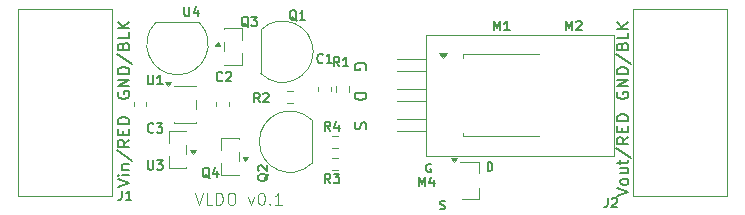
<source format=gbr>
%TF.GenerationSoftware,KiCad,Pcbnew,9.0.6*%
%TF.CreationDate,2025-11-17T11:05:33-05:00*%
%TF.ProjectId,vldo,766c646f-2e6b-4696-9361-645f70636258,0.1*%
%TF.SameCoordinates,Original*%
%TF.FileFunction,Legend,Top*%
%TF.FilePolarity,Positive*%
%FSLAX46Y46*%
G04 Gerber Fmt 4.6, Leading zero omitted, Abs format (unit mm)*
G04 Created by KiCad (PCBNEW 9.0.6) date 2025-11-17 11:05:33*
%MOMM*%
%LPD*%
G01*
G04 APERTURE LIST*
%ADD10C,0.200000*%
%ADD11C,0.125000*%
%ADD12C,0.150000*%
%ADD13C,0.130000*%
%ADD14C,0.100000*%
%ADD15C,0.120000*%
G04 APERTURE END LIST*
D10*
X158455419Y-85244183D02*
X159455419Y-84910850D01*
X159455419Y-84910850D02*
X158455419Y-84577517D01*
X159455419Y-84101326D02*
X159407800Y-84196564D01*
X159407800Y-84196564D02*
X159360180Y-84244183D01*
X159360180Y-84244183D02*
X159264942Y-84291802D01*
X159264942Y-84291802D02*
X158979228Y-84291802D01*
X158979228Y-84291802D02*
X158883990Y-84244183D01*
X158883990Y-84244183D02*
X158836371Y-84196564D01*
X158836371Y-84196564D02*
X158788752Y-84101326D01*
X158788752Y-84101326D02*
X158788752Y-83958469D01*
X158788752Y-83958469D02*
X158836371Y-83863231D01*
X158836371Y-83863231D02*
X158883990Y-83815612D01*
X158883990Y-83815612D02*
X158979228Y-83767993D01*
X158979228Y-83767993D02*
X159264942Y-83767993D01*
X159264942Y-83767993D02*
X159360180Y-83815612D01*
X159360180Y-83815612D02*
X159407800Y-83863231D01*
X159407800Y-83863231D02*
X159455419Y-83958469D01*
X159455419Y-83958469D02*
X159455419Y-84101326D01*
X158788752Y-82910850D02*
X159455419Y-82910850D01*
X158788752Y-83339421D02*
X159312561Y-83339421D01*
X159312561Y-83339421D02*
X159407800Y-83291802D01*
X159407800Y-83291802D02*
X159455419Y-83196564D01*
X159455419Y-83196564D02*
X159455419Y-83053707D01*
X159455419Y-83053707D02*
X159407800Y-82958469D01*
X159407800Y-82958469D02*
X159360180Y-82910850D01*
X158788752Y-82577516D02*
X158788752Y-82196564D01*
X158455419Y-82434659D02*
X159312561Y-82434659D01*
X159312561Y-82434659D02*
X159407800Y-82387040D01*
X159407800Y-82387040D02*
X159455419Y-82291802D01*
X159455419Y-82291802D02*
X159455419Y-82196564D01*
X158407800Y-81148945D02*
X159693514Y-82006087D01*
X159455419Y-80244183D02*
X158979228Y-80577516D01*
X159455419Y-80815611D02*
X158455419Y-80815611D01*
X158455419Y-80815611D02*
X158455419Y-80434659D01*
X158455419Y-80434659D02*
X158503038Y-80339421D01*
X158503038Y-80339421D02*
X158550657Y-80291802D01*
X158550657Y-80291802D02*
X158645895Y-80244183D01*
X158645895Y-80244183D02*
X158788752Y-80244183D01*
X158788752Y-80244183D02*
X158883990Y-80291802D01*
X158883990Y-80291802D02*
X158931609Y-80339421D01*
X158931609Y-80339421D02*
X158979228Y-80434659D01*
X158979228Y-80434659D02*
X158979228Y-80815611D01*
X158931609Y-79815611D02*
X158931609Y-79482278D01*
X159455419Y-79339421D02*
X159455419Y-79815611D01*
X159455419Y-79815611D02*
X158455419Y-79815611D01*
X158455419Y-79815611D02*
X158455419Y-79339421D01*
X159455419Y-78910849D02*
X158455419Y-78910849D01*
X158455419Y-78910849D02*
X158455419Y-78672754D01*
X158455419Y-78672754D02*
X158503038Y-78529897D01*
X158503038Y-78529897D02*
X158598276Y-78434659D01*
X158598276Y-78434659D02*
X158693514Y-78387040D01*
X158693514Y-78387040D02*
X158883990Y-78339421D01*
X158883990Y-78339421D02*
X159026847Y-78339421D01*
X159026847Y-78339421D02*
X159217323Y-78387040D01*
X159217323Y-78387040D02*
X159312561Y-78434659D01*
X159312561Y-78434659D02*
X159407800Y-78529897D01*
X159407800Y-78529897D02*
X159455419Y-78672754D01*
X159455419Y-78672754D02*
X159455419Y-78910849D01*
X158503038Y-76449517D02*
X158455419Y-76544755D01*
X158455419Y-76544755D02*
X158455419Y-76687612D01*
X158455419Y-76687612D02*
X158503038Y-76830469D01*
X158503038Y-76830469D02*
X158598276Y-76925707D01*
X158598276Y-76925707D02*
X158693514Y-76973326D01*
X158693514Y-76973326D02*
X158883990Y-77020945D01*
X158883990Y-77020945D02*
X159026847Y-77020945D01*
X159026847Y-77020945D02*
X159217323Y-76973326D01*
X159217323Y-76973326D02*
X159312561Y-76925707D01*
X159312561Y-76925707D02*
X159407800Y-76830469D01*
X159407800Y-76830469D02*
X159455419Y-76687612D01*
X159455419Y-76687612D02*
X159455419Y-76592374D01*
X159455419Y-76592374D02*
X159407800Y-76449517D01*
X159407800Y-76449517D02*
X159360180Y-76401898D01*
X159360180Y-76401898D02*
X159026847Y-76401898D01*
X159026847Y-76401898D02*
X159026847Y-76592374D01*
X159455419Y-75973326D02*
X158455419Y-75973326D01*
X158455419Y-75973326D02*
X159455419Y-75401898D01*
X159455419Y-75401898D02*
X158455419Y-75401898D01*
X159455419Y-74925707D02*
X158455419Y-74925707D01*
X158455419Y-74925707D02*
X158455419Y-74687612D01*
X158455419Y-74687612D02*
X158503038Y-74544755D01*
X158503038Y-74544755D02*
X158598276Y-74449517D01*
X158598276Y-74449517D02*
X158693514Y-74401898D01*
X158693514Y-74401898D02*
X158883990Y-74354279D01*
X158883990Y-74354279D02*
X159026847Y-74354279D01*
X159026847Y-74354279D02*
X159217323Y-74401898D01*
X159217323Y-74401898D02*
X159312561Y-74449517D01*
X159312561Y-74449517D02*
X159407800Y-74544755D01*
X159407800Y-74544755D02*
X159455419Y-74687612D01*
X159455419Y-74687612D02*
X159455419Y-74925707D01*
X158407800Y-73211422D02*
X159693514Y-74068564D01*
X158931609Y-72544755D02*
X158979228Y-72401898D01*
X158979228Y-72401898D02*
X159026847Y-72354279D01*
X159026847Y-72354279D02*
X159122085Y-72306660D01*
X159122085Y-72306660D02*
X159264942Y-72306660D01*
X159264942Y-72306660D02*
X159360180Y-72354279D01*
X159360180Y-72354279D02*
X159407800Y-72401898D01*
X159407800Y-72401898D02*
X159455419Y-72497136D01*
X159455419Y-72497136D02*
X159455419Y-72878088D01*
X159455419Y-72878088D02*
X158455419Y-72878088D01*
X158455419Y-72878088D02*
X158455419Y-72544755D01*
X158455419Y-72544755D02*
X158503038Y-72449517D01*
X158503038Y-72449517D02*
X158550657Y-72401898D01*
X158550657Y-72401898D02*
X158645895Y-72354279D01*
X158645895Y-72354279D02*
X158741133Y-72354279D01*
X158741133Y-72354279D02*
X158836371Y-72401898D01*
X158836371Y-72401898D02*
X158883990Y-72449517D01*
X158883990Y-72449517D02*
X158931609Y-72544755D01*
X158931609Y-72544755D02*
X158931609Y-72878088D01*
X159455419Y-71401898D02*
X159455419Y-71878088D01*
X159455419Y-71878088D02*
X158455419Y-71878088D01*
X159455419Y-71068564D02*
X158455419Y-71068564D01*
X159455419Y-70497136D02*
X158883990Y-70925707D01*
X158455419Y-70497136D02*
X159026847Y-71068564D01*
D11*
X122762474Y-84977119D02*
X123095807Y-85977119D01*
X123095807Y-85977119D02*
X123429140Y-84977119D01*
X124238664Y-85977119D02*
X123762474Y-85977119D01*
X123762474Y-85977119D02*
X123762474Y-84977119D01*
X124571998Y-85977119D02*
X124571998Y-84977119D01*
X124571998Y-84977119D02*
X124810093Y-84977119D01*
X124810093Y-84977119D02*
X124952950Y-85024738D01*
X124952950Y-85024738D02*
X125048188Y-85119976D01*
X125048188Y-85119976D02*
X125095807Y-85215214D01*
X125095807Y-85215214D02*
X125143426Y-85405690D01*
X125143426Y-85405690D02*
X125143426Y-85548547D01*
X125143426Y-85548547D02*
X125095807Y-85739023D01*
X125095807Y-85739023D02*
X125048188Y-85834261D01*
X125048188Y-85834261D02*
X124952950Y-85929500D01*
X124952950Y-85929500D02*
X124810093Y-85977119D01*
X124810093Y-85977119D02*
X124571998Y-85977119D01*
X125762474Y-84977119D02*
X125952950Y-84977119D01*
X125952950Y-84977119D02*
X126048188Y-85024738D01*
X126048188Y-85024738D02*
X126143426Y-85119976D01*
X126143426Y-85119976D02*
X126191045Y-85310452D01*
X126191045Y-85310452D02*
X126191045Y-85643785D01*
X126191045Y-85643785D02*
X126143426Y-85834261D01*
X126143426Y-85834261D02*
X126048188Y-85929500D01*
X126048188Y-85929500D02*
X125952950Y-85977119D01*
X125952950Y-85977119D02*
X125762474Y-85977119D01*
X125762474Y-85977119D02*
X125667236Y-85929500D01*
X125667236Y-85929500D02*
X125571998Y-85834261D01*
X125571998Y-85834261D02*
X125524379Y-85643785D01*
X125524379Y-85643785D02*
X125524379Y-85310452D01*
X125524379Y-85310452D02*
X125571998Y-85119976D01*
X125571998Y-85119976D02*
X125667236Y-85024738D01*
X125667236Y-85024738D02*
X125762474Y-84977119D01*
X127286284Y-85310452D02*
X127524379Y-85977119D01*
X127524379Y-85977119D02*
X127762474Y-85310452D01*
X128333903Y-84977119D02*
X128429141Y-84977119D01*
X128429141Y-84977119D02*
X128524379Y-85024738D01*
X128524379Y-85024738D02*
X128571998Y-85072357D01*
X128571998Y-85072357D02*
X128619617Y-85167595D01*
X128619617Y-85167595D02*
X128667236Y-85358071D01*
X128667236Y-85358071D02*
X128667236Y-85596166D01*
X128667236Y-85596166D02*
X128619617Y-85786642D01*
X128619617Y-85786642D02*
X128571998Y-85881880D01*
X128571998Y-85881880D02*
X128524379Y-85929500D01*
X128524379Y-85929500D02*
X128429141Y-85977119D01*
X128429141Y-85977119D02*
X128333903Y-85977119D01*
X128333903Y-85977119D02*
X128238665Y-85929500D01*
X128238665Y-85929500D02*
X128191046Y-85881880D01*
X128191046Y-85881880D02*
X128143427Y-85786642D01*
X128143427Y-85786642D02*
X128095808Y-85596166D01*
X128095808Y-85596166D02*
X128095808Y-85358071D01*
X128095808Y-85358071D02*
X128143427Y-85167595D01*
X128143427Y-85167595D02*
X128191046Y-85072357D01*
X128191046Y-85072357D02*
X128238665Y-85024738D01*
X128238665Y-85024738D02*
X128333903Y-84977119D01*
X129095808Y-85881880D02*
X129143427Y-85929500D01*
X129143427Y-85929500D02*
X129095808Y-85977119D01*
X129095808Y-85977119D02*
X129048189Y-85929500D01*
X129048189Y-85929500D02*
X129095808Y-85881880D01*
X129095808Y-85881880D02*
X129095808Y-85977119D01*
X130095807Y-85977119D02*
X129524379Y-85977119D01*
X129810093Y-85977119D02*
X129810093Y-84977119D01*
X129810093Y-84977119D02*
X129714855Y-85119976D01*
X129714855Y-85119976D02*
X129619617Y-85215214D01*
X129619617Y-85215214D02*
X129524379Y-85262833D01*
D12*
X137226561Y-74543588D02*
X137274180Y-74448350D01*
X137274180Y-74448350D02*
X137274180Y-74305493D01*
X137274180Y-74305493D02*
X137226561Y-74162636D01*
X137226561Y-74162636D02*
X137131323Y-74067398D01*
X137131323Y-74067398D02*
X137036085Y-74019779D01*
X137036085Y-74019779D02*
X136845609Y-73972160D01*
X136845609Y-73972160D02*
X136702752Y-73972160D01*
X136702752Y-73972160D02*
X136512276Y-74019779D01*
X136512276Y-74019779D02*
X136417038Y-74067398D01*
X136417038Y-74067398D02*
X136321800Y-74162636D01*
X136321800Y-74162636D02*
X136274180Y-74305493D01*
X136274180Y-74305493D02*
X136274180Y-74400731D01*
X136274180Y-74400731D02*
X136321800Y-74543588D01*
X136321800Y-74543588D02*
X136369419Y-74591207D01*
X136369419Y-74591207D02*
X136702752Y-74591207D01*
X136702752Y-74591207D02*
X136702752Y-74400731D01*
X136274180Y-76543589D02*
X137274180Y-76543589D01*
X137274180Y-76543589D02*
X137274180Y-76781684D01*
X137274180Y-76781684D02*
X137226561Y-76924541D01*
X137226561Y-76924541D02*
X137131323Y-77019779D01*
X137131323Y-77019779D02*
X137036085Y-77067398D01*
X137036085Y-77067398D02*
X136845609Y-77115017D01*
X136845609Y-77115017D02*
X136702752Y-77115017D01*
X136702752Y-77115017D02*
X136512276Y-77067398D01*
X136512276Y-77067398D02*
X136417038Y-77019779D01*
X136417038Y-77019779D02*
X136321800Y-76924541D01*
X136321800Y-76924541D02*
X136274180Y-76781684D01*
X136274180Y-76781684D02*
X136274180Y-76543589D01*
X136321800Y-79019780D02*
X136274180Y-79162637D01*
X136274180Y-79162637D02*
X136274180Y-79400732D01*
X136274180Y-79400732D02*
X136321800Y-79495970D01*
X136321800Y-79495970D02*
X136369419Y-79543589D01*
X136369419Y-79543589D02*
X136464657Y-79591208D01*
X136464657Y-79591208D02*
X136559895Y-79591208D01*
X136559895Y-79591208D02*
X136655133Y-79543589D01*
X136655133Y-79543589D02*
X136702752Y-79495970D01*
X136702752Y-79495970D02*
X136750371Y-79400732D01*
X136750371Y-79400732D02*
X136797990Y-79210256D01*
X136797990Y-79210256D02*
X136845609Y-79115018D01*
X136845609Y-79115018D02*
X136893228Y-79067399D01*
X136893228Y-79067399D02*
X136988466Y-79019780D01*
X136988466Y-79019780D02*
X137083704Y-79019780D01*
X137083704Y-79019780D02*
X137178942Y-79067399D01*
X137178942Y-79067399D02*
X137226561Y-79115018D01*
X137226561Y-79115018D02*
X137274180Y-79210256D01*
X137274180Y-79210256D02*
X137274180Y-79448351D01*
X137274180Y-79448351D02*
X137226561Y-79591208D01*
D10*
X116262838Y-76430250D02*
X116215219Y-76525488D01*
X116215219Y-76525488D02*
X116215219Y-76668345D01*
X116215219Y-76668345D02*
X116262838Y-76811202D01*
X116262838Y-76811202D02*
X116358076Y-76906440D01*
X116358076Y-76906440D02*
X116453314Y-76954059D01*
X116453314Y-76954059D02*
X116643790Y-77001678D01*
X116643790Y-77001678D02*
X116786647Y-77001678D01*
X116786647Y-77001678D02*
X116977123Y-76954059D01*
X116977123Y-76954059D02*
X117072361Y-76906440D01*
X117072361Y-76906440D02*
X117167600Y-76811202D01*
X117167600Y-76811202D02*
X117215219Y-76668345D01*
X117215219Y-76668345D02*
X117215219Y-76573107D01*
X117215219Y-76573107D02*
X117167600Y-76430250D01*
X117167600Y-76430250D02*
X117119980Y-76382631D01*
X117119980Y-76382631D02*
X116786647Y-76382631D01*
X116786647Y-76382631D02*
X116786647Y-76573107D01*
X117215219Y-75954059D02*
X116215219Y-75954059D01*
X116215219Y-75954059D02*
X117215219Y-75382631D01*
X117215219Y-75382631D02*
X116215219Y-75382631D01*
X117215219Y-74906440D02*
X116215219Y-74906440D01*
X116215219Y-74906440D02*
X116215219Y-74668345D01*
X116215219Y-74668345D02*
X116262838Y-74525488D01*
X116262838Y-74525488D02*
X116358076Y-74430250D01*
X116358076Y-74430250D02*
X116453314Y-74382631D01*
X116453314Y-74382631D02*
X116643790Y-74335012D01*
X116643790Y-74335012D02*
X116786647Y-74335012D01*
X116786647Y-74335012D02*
X116977123Y-74382631D01*
X116977123Y-74382631D02*
X117072361Y-74430250D01*
X117072361Y-74430250D02*
X117167600Y-74525488D01*
X117167600Y-74525488D02*
X117215219Y-74668345D01*
X117215219Y-74668345D02*
X117215219Y-74906440D01*
X116167600Y-73192155D02*
X117453314Y-74049297D01*
X116691409Y-72525488D02*
X116739028Y-72382631D01*
X116739028Y-72382631D02*
X116786647Y-72335012D01*
X116786647Y-72335012D02*
X116881885Y-72287393D01*
X116881885Y-72287393D02*
X117024742Y-72287393D01*
X117024742Y-72287393D02*
X117119980Y-72335012D01*
X117119980Y-72335012D02*
X117167600Y-72382631D01*
X117167600Y-72382631D02*
X117215219Y-72477869D01*
X117215219Y-72477869D02*
X117215219Y-72858821D01*
X117215219Y-72858821D02*
X116215219Y-72858821D01*
X116215219Y-72858821D02*
X116215219Y-72525488D01*
X116215219Y-72525488D02*
X116262838Y-72430250D01*
X116262838Y-72430250D02*
X116310457Y-72382631D01*
X116310457Y-72382631D02*
X116405695Y-72335012D01*
X116405695Y-72335012D02*
X116500933Y-72335012D01*
X116500933Y-72335012D02*
X116596171Y-72382631D01*
X116596171Y-72382631D02*
X116643790Y-72430250D01*
X116643790Y-72430250D02*
X116691409Y-72525488D01*
X116691409Y-72525488D02*
X116691409Y-72858821D01*
X117215219Y-71382631D02*
X117215219Y-71858821D01*
X117215219Y-71858821D02*
X116215219Y-71858821D01*
X117215219Y-71049297D02*
X116215219Y-71049297D01*
X117215219Y-70477869D02*
X116643790Y-70906440D01*
X116215219Y-70477869D02*
X116786647Y-71049297D01*
X116215219Y-84482183D02*
X117215219Y-84148850D01*
X117215219Y-84148850D02*
X116215219Y-83815517D01*
X117215219Y-83482183D02*
X116548552Y-83482183D01*
X116215219Y-83482183D02*
X116262838Y-83529802D01*
X116262838Y-83529802D02*
X116310457Y-83482183D01*
X116310457Y-83482183D02*
X116262838Y-83434564D01*
X116262838Y-83434564D02*
X116215219Y-83482183D01*
X116215219Y-83482183D02*
X116310457Y-83482183D01*
X116548552Y-83005993D02*
X117215219Y-83005993D01*
X116643790Y-83005993D02*
X116596171Y-82958374D01*
X116596171Y-82958374D02*
X116548552Y-82863136D01*
X116548552Y-82863136D02*
X116548552Y-82720279D01*
X116548552Y-82720279D02*
X116596171Y-82625041D01*
X116596171Y-82625041D02*
X116691409Y-82577422D01*
X116691409Y-82577422D02*
X117215219Y-82577422D01*
X116167600Y-81386946D02*
X117453314Y-82244088D01*
X117215219Y-80482184D02*
X116739028Y-80815517D01*
X117215219Y-81053612D02*
X116215219Y-81053612D01*
X116215219Y-81053612D02*
X116215219Y-80672660D01*
X116215219Y-80672660D02*
X116262838Y-80577422D01*
X116262838Y-80577422D02*
X116310457Y-80529803D01*
X116310457Y-80529803D02*
X116405695Y-80482184D01*
X116405695Y-80482184D02*
X116548552Y-80482184D01*
X116548552Y-80482184D02*
X116643790Y-80529803D01*
X116643790Y-80529803D02*
X116691409Y-80577422D01*
X116691409Y-80577422D02*
X116739028Y-80672660D01*
X116739028Y-80672660D02*
X116739028Y-81053612D01*
X116691409Y-80053612D02*
X116691409Y-79720279D01*
X117215219Y-79577422D02*
X117215219Y-80053612D01*
X117215219Y-80053612D02*
X116215219Y-80053612D01*
X116215219Y-80053612D02*
X116215219Y-79577422D01*
X117215219Y-79148850D02*
X116215219Y-79148850D01*
X116215219Y-79148850D02*
X116215219Y-78910755D01*
X116215219Y-78910755D02*
X116262838Y-78767898D01*
X116262838Y-78767898D02*
X116358076Y-78672660D01*
X116358076Y-78672660D02*
X116453314Y-78625041D01*
X116453314Y-78625041D02*
X116643790Y-78577422D01*
X116643790Y-78577422D02*
X116786647Y-78577422D01*
X116786647Y-78577422D02*
X116977123Y-78625041D01*
X116977123Y-78625041D02*
X117072361Y-78672660D01*
X117072361Y-78672660D02*
X117167600Y-78767898D01*
X117167600Y-78767898D02*
X117215219Y-78910755D01*
X117215219Y-78910755D02*
X117215219Y-79148850D01*
D13*
X157721333Y-85389335D02*
X157721333Y-85960763D01*
X157721333Y-85960763D02*
X157683238Y-86075049D01*
X157683238Y-86075049D02*
X157607047Y-86151240D01*
X157607047Y-86151240D02*
X157492762Y-86189335D01*
X157492762Y-86189335D02*
X157416571Y-86189335D01*
X158064190Y-85465525D02*
X158102286Y-85427430D01*
X158102286Y-85427430D02*
X158178476Y-85389335D01*
X158178476Y-85389335D02*
X158368952Y-85389335D01*
X158368952Y-85389335D02*
X158445143Y-85427430D01*
X158445143Y-85427430D02*
X158483238Y-85465525D01*
X158483238Y-85465525D02*
X158521333Y-85541716D01*
X158521333Y-85541716D02*
X158521333Y-85617906D01*
X158521333Y-85617906D02*
X158483238Y-85732192D01*
X158483238Y-85732192D02*
X158026095Y-86189335D01*
X158026095Y-86189335D02*
X158521333Y-86189335D01*
X141719381Y-84437335D02*
X141719381Y-83637335D01*
X141719381Y-83637335D02*
X141986047Y-84208763D01*
X141986047Y-84208763D02*
X142252714Y-83637335D01*
X142252714Y-83637335D02*
X142252714Y-84437335D01*
X142976524Y-83904001D02*
X142976524Y-84437335D01*
X142786048Y-83599240D02*
X142595571Y-84170668D01*
X142595571Y-84170668D02*
X143090810Y-84170668D01*
X142731859Y-82552906D02*
X142665192Y-82519573D01*
X142665192Y-82519573D02*
X142565192Y-82519573D01*
X142565192Y-82519573D02*
X142465192Y-82552906D01*
X142465192Y-82552906D02*
X142398526Y-82619573D01*
X142398526Y-82619573D02*
X142365192Y-82686240D01*
X142365192Y-82686240D02*
X142331859Y-82819573D01*
X142331859Y-82819573D02*
X142331859Y-82919573D01*
X142331859Y-82919573D02*
X142365192Y-83052906D01*
X142365192Y-83052906D02*
X142398526Y-83119573D01*
X142398526Y-83119573D02*
X142465192Y-83186240D01*
X142465192Y-83186240D02*
X142565192Y-83219573D01*
X142565192Y-83219573D02*
X142631859Y-83219573D01*
X142631859Y-83219573D02*
X142731859Y-83186240D01*
X142731859Y-83186240D02*
X142765192Y-83152906D01*
X142765192Y-83152906D02*
X142765192Y-82919573D01*
X142765192Y-82919573D02*
X142631859Y-82919573D01*
X147552192Y-83104573D02*
X147552192Y-82404573D01*
X147552192Y-82404573D02*
X147718859Y-82404573D01*
X147718859Y-82404573D02*
X147818859Y-82437906D01*
X147818859Y-82437906D02*
X147885526Y-82504573D01*
X147885526Y-82504573D02*
X147918859Y-82571240D01*
X147918859Y-82571240D02*
X147952192Y-82704573D01*
X147952192Y-82704573D02*
X147952192Y-82804573D01*
X147952192Y-82804573D02*
X147918859Y-82937906D01*
X147918859Y-82937906D02*
X147885526Y-83004573D01*
X147885526Y-83004573D02*
X147818859Y-83071240D01*
X147818859Y-83071240D02*
X147718859Y-83104573D01*
X147718859Y-83104573D02*
X147552192Y-83104573D01*
X143518859Y-86321240D02*
X143618859Y-86354573D01*
X143618859Y-86354573D02*
X143785526Y-86354573D01*
X143785526Y-86354573D02*
X143852192Y-86321240D01*
X143852192Y-86321240D02*
X143885526Y-86287906D01*
X143885526Y-86287906D02*
X143918859Y-86221240D01*
X143918859Y-86221240D02*
X143918859Y-86154573D01*
X143918859Y-86154573D02*
X143885526Y-86087906D01*
X143885526Y-86087906D02*
X143852192Y-86054573D01*
X143852192Y-86054573D02*
X143785526Y-86021240D01*
X143785526Y-86021240D02*
X143652192Y-85987906D01*
X143652192Y-85987906D02*
X143585526Y-85954573D01*
X143585526Y-85954573D02*
X143552192Y-85921240D01*
X143552192Y-85921240D02*
X143518859Y-85854573D01*
X143518859Y-85854573D02*
X143518859Y-85787906D01*
X143518859Y-85787906D02*
X143552192Y-85721240D01*
X143552192Y-85721240D02*
X143585526Y-85687906D01*
X143585526Y-85687906D02*
X143652192Y-85654573D01*
X143652192Y-85654573D02*
X143818859Y-85654573D01*
X143818859Y-85654573D02*
X143918859Y-85687906D01*
X128245812Y-77325335D02*
X127979145Y-76944382D01*
X127788669Y-77325335D02*
X127788669Y-76525335D01*
X127788669Y-76525335D02*
X128093431Y-76525335D01*
X128093431Y-76525335D02*
X128169621Y-76563430D01*
X128169621Y-76563430D02*
X128207716Y-76601525D01*
X128207716Y-76601525D02*
X128245812Y-76677716D01*
X128245812Y-76677716D02*
X128245812Y-76792001D01*
X128245812Y-76792001D02*
X128207716Y-76868192D01*
X128207716Y-76868192D02*
X128169621Y-76906287D01*
X128169621Y-76906287D02*
X128093431Y-76944382D01*
X128093431Y-76944382D02*
X127788669Y-76944382D01*
X128550573Y-76601525D02*
X128588669Y-76563430D01*
X128588669Y-76563430D02*
X128664859Y-76525335D01*
X128664859Y-76525335D02*
X128855335Y-76525335D01*
X128855335Y-76525335D02*
X128931526Y-76563430D01*
X128931526Y-76563430D02*
X128969621Y-76601525D01*
X128969621Y-76601525D02*
X129007716Y-76677716D01*
X129007716Y-76677716D02*
X129007716Y-76753906D01*
X129007716Y-76753906D02*
X128969621Y-76868192D01*
X128969621Y-76868192D02*
X128512478Y-77325335D01*
X128512478Y-77325335D02*
X129007716Y-77325335D01*
X116573333Y-84780335D02*
X116573333Y-85351763D01*
X116573333Y-85351763D02*
X116535238Y-85466049D01*
X116535238Y-85466049D02*
X116459047Y-85542240D01*
X116459047Y-85542240D02*
X116344762Y-85580335D01*
X116344762Y-85580335D02*
X116268571Y-85580335D01*
X117373333Y-85580335D02*
X116916190Y-85580335D01*
X117144762Y-85580335D02*
X117144762Y-84780335D01*
X117144762Y-84780335D02*
X117068571Y-84894620D01*
X117068571Y-84894620D02*
X116992381Y-84970811D01*
X116992381Y-84970811D02*
X116916190Y-85008906D01*
X154165381Y-71229335D02*
X154165381Y-70429335D01*
X154165381Y-70429335D02*
X154432047Y-71000763D01*
X154432047Y-71000763D02*
X154698714Y-70429335D01*
X154698714Y-70429335D02*
X154698714Y-71229335D01*
X155041571Y-70505525D02*
X155079667Y-70467430D01*
X155079667Y-70467430D02*
X155155857Y-70429335D01*
X155155857Y-70429335D02*
X155346333Y-70429335D01*
X155346333Y-70429335D02*
X155422524Y-70467430D01*
X155422524Y-70467430D02*
X155460619Y-70505525D01*
X155460619Y-70505525D02*
X155498714Y-70581716D01*
X155498714Y-70581716D02*
X155498714Y-70657906D01*
X155498714Y-70657906D02*
X155460619Y-70772192D01*
X155460619Y-70772192D02*
X155003476Y-71229335D01*
X155003476Y-71229335D02*
X155498714Y-71229335D01*
X134994667Y-74277335D02*
X134728000Y-73896382D01*
X134537524Y-74277335D02*
X134537524Y-73477335D01*
X134537524Y-73477335D02*
X134842286Y-73477335D01*
X134842286Y-73477335D02*
X134918476Y-73515430D01*
X134918476Y-73515430D02*
X134956571Y-73553525D01*
X134956571Y-73553525D02*
X134994667Y-73629716D01*
X134994667Y-73629716D02*
X134994667Y-73744001D01*
X134994667Y-73744001D02*
X134956571Y-73820192D01*
X134956571Y-73820192D02*
X134918476Y-73858287D01*
X134918476Y-73858287D02*
X134842286Y-73896382D01*
X134842286Y-73896382D02*
X134537524Y-73896382D01*
X135756571Y-74277335D02*
X135299428Y-74277335D01*
X135528000Y-74277335D02*
X135528000Y-73477335D01*
X135528000Y-73477335D02*
X135451809Y-73591620D01*
X135451809Y-73591620D02*
X135375619Y-73667811D01*
X135375619Y-73667811D02*
X135299428Y-73705906D01*
X134232667Y-79738330D02*
X133966000Y-79357377D01*
X133775524Y-79738330D02*
X133775524Y-78938330D01*
X133775524Y-78938330D02*
X134080286Y-78938330D01*
X134080286Y-78938330D02*
X134156476Y-78976425D01*
X134156476Y-78976425D02*
X134194571Y-79014520D01*
X134194571Y-79014520D02*
X134232667Y-79090711D01*
X134232667Y-79090711D02*
X134232667Y-79204996D01*
X134232667Y-79204996D02*
X134194571Y-79281187D01*
X134194571Y-79281187D02*
X134156476Y-79319282D01*
X134156476Y-79319282D02*
X134080286Y-79357377D01*
X134080286Y-79357377D02*
X133775524Y-79357377D01*
X134918381Y-79204996D02*
X134918381Y-79738330D01*
X134727905Y-78900235D02*
X134537428Y-79471663D01*
X134537428Y-79471663D02*
X135032667Y-79471663D01*
X148069381Y-71229335D02*
X148069381Y-70429335D01*
X148069381Y-70429335D02*
X148336047Y-71000763D01*
X148336047Y-71000763D02*
X148602714Y-70429335D01*
X148602714Y-70429335D02*
X148602714Y-71229335D01*
X149402714Y-71229335D02*
X148945571Y-71229335D01*
X149174143Y-71229335D02*
X149174143Y-70429335D01*
X149174143Y-70429335D02*
X149097952Y-70543620D01*
X149097952Y-70543620D02*
X149021762Y-70619811D01*
X149021762Y-70619811D02*
X148945571Y-70657906D01*
X118770476Y-75001335D02*
X118770476Y-75648954D01*
X118770476Y-75648954D02*
X118808571Y-75725144D01*
X118808571Y-75725144D02*
X118846666Y-75763240D01*
X118846666Y-75763240D02*
X118922857Y-75801335D01*
X118922857Y-75801335D02*
X119075238Y-75801335D01*
X119075238Y-75801335D02*
X119151428Y-75763240D01*
X119151428Y-75763240D02*
X119189523Y-75725144D01*
X119189523Y-75725144D02*
X119227619Y-75648954D01*
X119227619Y-75648954D02*
X119227619Y-75001335D01*
X120027618Y-75801335D02*
X119570475Y-75801335D01*
X119799047Y-75801335D02*
X119799047Y-75001335D01*
X119799047Y-75001335D02*
X119722856Y-75115620D01*
X119722856Y-75115620D02*
X119646666Y-75191811D01*
X119646666Y-75191811D02*
X119570475Y-75229906D01*
X133597667Y-73925239D02*
X133559571Y-73963335D01*
X133559571Y-73963335D02*
X133445286Y-74001430D01*
X133445286Y-74001430D02*
X133369095Y-74001430D01*
X133369095Y-74001430D02*
X133254809Y-73963335D01*
X133254809Y-73963335D02*
X133178619Y-73887144D01*
X133178619Y-73887144D02*
X133140524Y-73810954D01*
X133140524Y-73810954D02*
X133102428Y-73658573D01*
X133102428Y-73658573D02*
X133102428Y-73544287D01*
X133102428Y-73544287D02*
X133140524Y-73391906D01*
X133140524Y-73391906D02*
X133178619Y-73315715D01*
X133178619Y-73315715D02*
X133254809Y-73239525D01*
X133254809Y-73239525D02*
X133369095Y-73201430D01*
X133369095Y-73201430D02*
X133445286Y-73201430D01*
X133445286Y-73201430D02*
X133559571Y-73239525D01*
X133559571Y-73239525D02*
X133597667Y-73277620D01*
X134359571Y-74001430D02*
X133902428Y-74001430D01*
X134131000Y-74001430D02*
X134131000Y-73201430D01*
X134131000Y-73201430D02*
X134054809Y-73315715D01*
X134054809Y-73315715D02*
X133978619Y-73391906D01*
X133978619Y-73391906D02*
X133902428Y-73430001D01*
X121844576Y-69203720D02*
X121844576Y-69851339D01*
X121844576Y-69851339D02*
X121882671Y-69927529D01*
X121882671Y-69927529D02*
X121920766Y-69965625D01*
X121920766Y-69965625D02*
X121996957Y-70003720D01*
X121996957Y-70003720D02*
X122149338Y-70003720D01*
X122149338Y-70003720D02*
X122225528Y-69965625D01*
X122225528Y-69965625D02*
X122263623Y-69927529D01*
X122263623Y-69927529D02*
X122301719Y-69851339D01*
X122301719Y-69851339D02*
X122301719Y-69203720D01*
X123025528Y-69470386D02*
X123025528Y-70003720D01*
X122835052Y-69165625D02*
X122644575Y-69737053D01*
X122644575Y-69737053D02*
X123139814Y-69737053D01*
X118770476Y-82222823D02*
X118770476Y-82870442D01*
X118770476Y-82870442D02*
X118808571Y-82946632D01*
X118808571Y-82946632D02*
X118846666Y-82984728D01*
X118846666Y-82984728D02*
X118922857Y-83022823D01*
X118922857Y-83022823D02*
X119075238Y-83022823D01*
X119075238Y-83022823D02*
X119151428Y-82984728D01*
X119151428Y-82984728D02*
X119189523Y-82946632D01*
X119189523Y-82946632D02*
X119227619Y-82870442D01*
X119227619Y-82870442D02*
X119227619Y-82222823D01*
X119532380Y-82222823D02*
X120027618Y-82222823D01*
X120027618Y-82222823D02*
X119760952Y-82527585D01*
X119760952Y-82527585D02*
X119875237Y-82527585D01*
X119875237Y-82527585D02*
X119951428Y-82565680D01*
X119951428Y-82565680D02*
X119989523Y-82603775D01*
X119989523Y-82603775D02*
X120027618Y-82679966D01*
X120027618Y-82679966D02*
X120027618Y-82870442D01*
X120027618Y-82870442D02*
X119989523Y-82946632D01*
X119989523Y-82946632D02*
X119951428Y-82984728D01*
X119951428Y-82984728D02*
X119875237Y-83022823D01*
X119875237Y-83022823D02*
X119646666Y-83022823D01*
X119646666Y-83022823D02*
X119570475Y-82984728D01*
X119570475Y-82984728D02*
X119532380Y-82946632D01*
X124002809Y-83729635D02*
X123926619Y-83691540D01*
X123926619Y-83691540D02*
X123850428Y-83615350D01*
X123850428Y-83615350D02*
X123736142Y-83501064D01*
X123736142Y-83501064D02*
X123659952Y-83462969D01*
X123659952Y-83462969D02*
X123583761Y-83462969D01*
X123621857Y-83653445D02*
X123545666Y-83615350D01*
X123545666Y-83615350D02*
X123469476Y-83539159D01*
X123469476Y-83539159D02*
X123431380Y-83386778D01*
X123431380Y-83386778D02*
X123431380Y-83120111D01*
X123431380Y-83120111D02*
X123469476Y-82967730D01*
X123469476Y-82967730D02*
X123545666Y-82891540D01*
X123545666Y-82891540D02*
X123621857Y-82853445D01*
X123621857Y-82853445D02*
X123774238Y-82853445D01*
X123774238Y-82853445D02*
X123850428Y-82891540D01*
X123850428Y-82891540D02*
X123926619Y-82967730D01*
X123926619Y-82967730D02*
X123964714Y-83120111D01*
X123964714Y-83120111D02*
X123964714Y-83386778D01*
X123964714Y-83386778D02*
X123926619Y-83539159D01*
X123926619Y-83539159D02*
X123850428Y-83615350D01*
X123850428Y-83615350D02*
X123774238Y-83653445D01*
X123774238Y-83653445D02*
X123621857Y-83653445D01*
X124650428Y-83120111D02*
X124650428Y-83653445D01*
X124459952Y-82815350D02*
X124269475Y-83386778D01*
X124269475Y-83386778D02*
X124764714Y-83386778D01*
X131368809Y-70394617D02*
X131292619Y-70356522D01*
X131292619Y-70356522D02*
X131216428Y-70280332D01*
X131216428Y-70280332D02*
X131102142Y-70166046D01*
X131102142Y-70166046D02*
X131025952Y-70127951D01*
X131025952Y-70127951D02*
X130949761Y-70127951D01*
X130987857Y-70318427D02*
X130911666Y-70280332D01*
X130911666Y-70280332D02*
X130835476Y-70204141D01*
X130835476Y-70204141D02*
X130797380Y-70051760D01*
X130797380Y-70051760D02*
X130797380Y-69785093D01*
X130797380Y-69785093D02*
X130835476Y-69632712D01*
X130835476Y-69632712D02*
X130911666Y-69556522D01*
X130911666Y-69556522D02*
X130987857Y-69518427D01*
X130987857Y-69518427D02*
X131140238Y-69518427D01*
X131140238Y-69518427D02*
X131216428Y-69556522D01*
X131216428Y-69556522D02*
X131292619Y-69632712D01*
X131292619Y-69632712D02*
X131330714Y-69785093D01*
X131330714Y-69785093D02*
X131330714Y-70051760D01*
X131330714Y-70051760D02*
X131292619Y-70204141D01*
X131292619Y-70204141D02*
X131216428Y-70280332D01*
X131216428Y-70280332D02*
X131140238Y-70318427D01*
X131140238Y-70318427D02*
X130987857Y-70318427D01*
X132092618Y-70318427D02*
X131635475Y-70318427D01*
X131864047Y-70318427D02*
X131864047Y-69518427D01*
X131864047Y-69518427D02*
X131787856Y-69632712D01*
X131787856Y-69632712D02*
X131711666Y-69708903D01*
X131711666Y-69708903D02*
X131635475Y-69746998D01*
X119246667Y-79797918D02*
X119208571Y-79836014D01*
X119208571Y-79836014D02*
X119094286Y-79874109D01*
X119094286Y-79874109D02*
X119018095Y-79874109D01*
X119018095Y-79874109D02*
X118903809Y-79836014D01*
X118903809Y-79836014D02*
X118827619Y-79759823D01*
X118827619Y-79759823D02*
X118789524Y-79683633D01*
X118789524Y-79683633D02*
X118751428Y-79531252D01*
X118751428Y-79531252D02*
X118751428Y-79416966D01*
X118751428Y-79416966D02*
X118789524Y-79264585D01*
X118789524Y-79264585D02*
X118827619Y-79188394D01*
X118827619Y-79188394D02*
X118903809Y-79112204D01*
X118903809Y-79112204D02*
X119018095Y-79074109D01*
X119018095Y-79074109D02*
X119094286Y-79074109D01*
X119094286Y-79074109D02*
X119208571Y-79112204D01*
X119208571Y-79112204D02*
X119246667Y-79150299D01*
X119513333Y-79074109D02*
X120008571Y-79074109D01*
X120008571Y-79074109D02*
X119741905Y-79378871D01*
X119741905Y-79378871D02*
X119856190Y-79378871D01*
X119856190Y-79378871D02*
X119932381Y-79416966D01*
X119932381Y-79416966D02*
X119970476Y-79455061D01*
X119970476Y-79455061D02*
X120008571Y-79531252D01*
X120008571Y-79531252D02*
X120008571Y-79721728D01*
X120008571Y-79721728D02*
X119970476Y-79797918D01*
X119970476Y-79797918D02*
X119932381Y-79836014D01*
X119932381Y-79836014D02*
X119856190Y-79874109D01*
X119856190Y-79874109D02*
X119627619Y-79874109D01*
X119627619Y-79874109D02*
X119551428Y-79836014D01*
X119551428Y-79836014D02*
X119513333Y-79797918D01*
X125088667Y-75457997D02*
X125050571Y-75496093D01*
X125050571Y-75496093D02*
X124936286Y-75534188D01*
X124936286Y-75534188D02*
X124860095Y-75534188D01*
X124860095Y-75534188D02*
X124745809Y-75496093D01*
X124745809Y-75496093D02*
X124669619Y-75419902D01*
X124669619Y-75419902D02*
X124631524Y-75343712D01*
X124631524Y-75343712D02*
X124593428Y-75191331D01*
X124593428Y-75191331D02*
X124593428Y-75077045D01*
X124593428Y-75077045D02*
X124631524Y-74924664D01*
X124631524Y-74924664D02*
X124669619Y-74848473D01*
X124669619Y-74848473D02*
X124745809Y-74772283D01*
X124745809Y-74772283D02*
X124860095Y-74734188D01*
X124860095Y-74734188D02*
X124936286Y-74734188D01*
X124936286Y-74734188D02*
X125050571Y-74772283D01*
X125050571Y-74772283D02*
X125088667Y-74810378D01*
X125393428Y-74810378D02*
X125431524Y-74772283D01*
X125431524Y-74772283D02*
X125507714Y-74734188D01*
X125507714Y-74734188D02*
X125698190Y-74734188D01*
X125698190Y-74734188D02*
X125774381Y-74772283D01*
X125774381Y-74772283D02*
X125812476Y-74810378D01*
X125812476Y-74810378D02*
X125850571Y-74886569D01*
X125850571Y-74886569D02*
X125850571Y-74962759D01*
X125850571Y-74962759D02*
X125812476Y-75077045D01*
X125812476Y-75077045D02*
X125355333Y-75534188D01*
X125355333Y-75534188D02*
X125850571Y-75534188D01*
X127292225Y-70924525D02*
X127216035Y-70886430D01*
X127216035Y-70886430D02*
X127139844Y-70810240D01*
X127139844Y-70810240D02*
X127025558Y-70695954D01*
X127025558Y-70695954D02*
X126949368Y-70657859D01*
X126949368Y-70657859D02*
X126873177Y-70657859D01*
X126911273Y-70848335D02*
X126835082Y-70810240D01*
X126835082Y-70810240D02*
X126758892Y-70734049D01*
X126758892Y-70734049D02*
X126720796Y-70581668D01*
X126720796Y-70581668D02*
X126720796Y-70315001D01*
X126720796Y-70315001D02*
X126758892Y-70162620D01*
X126758892Y-70162620D02*
X126835082Y-70086430D01*
X126835082Y-70086430D02*
X126911273Y-70048335D01*
X126911273Y-70048335D02*
X127063654Y-70048335D01*
X127063654Y-70048335D02*
X127139844Y-70086430D01*
X127139844Y-70086430D02*
X127216035Y-70162620D01*
X127216035Y-70162620D02*
X127254130Y-70315001D01*
X127254130Y-70315001D02*
X127254130Y-70581668D01*
X127254130Y-70581668D02*
X127216035Y-70734049D01*
X127216035Y-70734049D02*
X127139844Y-70810240D01*
X127139844Y-70810240D02*
X127063654Y-70848335D01*
X127063654Y-70848335D02*
X126911273Y-70848335D01*
X127520796Y-70048335D02*
X128016034Y-70048335D01*
X128016034Y-70048335D02*
X127749368Y-70353097D01*
X127749368Y-70353097D02*
X127863653Y-70353097D01*
X127863653Y-70353097D02*
X127939844Y-70391192D01*
X127939844Y-70391192D02*
X127977939Y-70429287D01*
X127977939Y-70429287D02*
X128016034Y-70505478D01*
X128016034Y-70505478D02*
X128016034Y-70695954D01*
X128016034Y-70695954D02*
X127977939Y-70772144D01*
X127977939Y-70772144D02*
X127939844Y-70810240D01*
X127939844Y-70810240D02*
X127863653Y-70848335D01*
X127863653Y-70848335D02*
X127635082Y-70848335D01*
X127635082Y-70848335D02*
X127558891Y-70810240D01*
X127558891Y-70810240D02*
X127520796Y-70772144D01*
X128963525Y-83361932D02*
X128925430Y-83438122D01*
X128925430Y-83438122D02*
X128849240Y-83514313D01*
X128849240Y-83514313D02*
X128734954Y-83628599D01*
X128734954Y-83628599D02*
X128696859Y-83704789D01*
X128696859Y-83704789D02*
X128696859Y-83780980D01*
X128887335Y-83742884D02*
X128849240Y-83819075D01*
X128849240Y-83819075D02*
X128773049Y-83895265D01*
X128773049Y-83895265D02*
X128620668Y-83933361D01*
X128620668Y-83933361D02*
X128354001Y-83933361D01*
X128354001Y-83933361D02*
X128201620Y-83895265D01*
X128201620Y-83895265D02*
X128125430Y-83819075D01*
X128125430Y-83819075D02*
X128087335Y-83742884D01*
X128087335Y-83742884D02*
X128087335Y-83590503D01*
X128087335Y-83590503D02*
X128125430Y-83514313D01*
X128125430Y-83514313D02*
X128201620Y-83438122D01*
X128201620Y-83438122D02*
X128354001Y-83400027D01*
X128354001Y-83400027D02*
X128620668Y-83400027D01*
X128620668Y-83400027D02*
X128773049Y-83438122D01*
X128773049Y-83438122D02*
X128849240Y-83514313D01*
X128849240Y-83514313D02*
X128887335Y-83590503D01*
X128887335Y-83590503D02*
X128887335Y-83742884D01*
X128163525Y-83095266D02*
X128125430Y-83057170D01*
X128125430Y-83057170D02*
X128087335Y-82980980D01*
X128087335Y-82980980D02*
X128087335Y-82790504D01*
X128087335Y-82790504D02*
X128125430Y-82714313D01*
X128125430Y-82714313D02*
X128163525Y-82676218D01*
X128163525Y-82676218D02*
X128239716Y-82638123D01*
X128239716Y-82638123D02*
X128315906Y-82638123D01*
X128315906Y-82638123D02*
X128430192Y-82676218D01*
X128430192Y-82676218D02*
X128887335Y-83133361D01*
X128887335Y-83133361D02*
X128887335Y-82638123D01*
X134237567Y-84152950D02*
X133970900Y-83771997D01*
X133780424Y-84152950D02*
X133780424Y-83352950D01*
X133780424Y-83352950D02*
X134085186Y-83352950D01*
X134085186Y-83352950D02*
X134161376Y-83391045D01*
X134161376Y-83391045D02*
X134199471Y-83429140D01*
X134199471Y-83429140D02*
X134237567Y-83505331D01*
X134237567Y-83505331D02*
X134237567Y-83619616D01*
X134237567Y-83619616D02*
X134199471Y-83695807D01*
X134199471Y-83695807D02*
X134161376Y-83733902D01*
X134161376Y-83733902D02*
X134085186Y-83771997D01*
X134085186Y-83771997D02*
X133780424Y-83771997D01*
X134504233Y-83352950D02*
X134999471Y-83352950D01*
X134999471Y-83352950D02*
X134732805Y-83657712D01*
X134732805Y-83657712D02*
X134847090Y-83657712D01*
X134847090Y-83657712D02*
X134923281Y-83695807D01*
X134923281Y-83695807D02*
X134961376Y-83733902D01*
X134961376Y-83733902D02*
X134999471Y-83810093D01*
X134999471Y-83810093D02*
X134999471Y-84000569D01*
X134999471Y-84000569D02*
X134961376Y-84076759D01*
X134961376Y-84076759D02*
X134923281Y-84114855D01*
X134923281Y-84114855D02*
X134847090Y-84152950D01*
X134847090Y-84152950D02*
X134618519Y-84152950D01*
X134618519Y-84152950D02*
X134542328Y-84114855D01*
X134542328Y-84114855D02*
X134504233Y-84076759D01*
D14*
%TO.C,J2*%
X167780000Y-85230000D02*
X167780000Y-69430000D01*
X167780000Y-69430000D02*
X159880000Y-69430000D01*
X159880000Y-85230000D02*
X167780000Y-85230000D01*
X159880000Y-69430000D02*
X159880000Y-85230000D01*
D15*
%TO.C,M4*%
X146010000Y-82367000D02*
X145210000Y-82367000D01*
X146010000Y-82367000D02*
X146810000Y-82367000D01*
X146810000Y-82367000D02*
X146810000Y-83297000D01*
X146810000Y-85527000D02*
X145350000Y-85527000D01*
X146810000Y-85527000D02*
X146810000Y-84597000D01*
X144710000Y-82337000D02*
X144470000Y-82007000D01*
X144950000Y-82007000D01*
X144710000Y-82337000D01*
G36*
X144710000Y-82337000D02*
G01*
X144470000Y-82007000D01*
X144950000Y-82007000D01*
X144710000Y-82337000D01*
G37*
%TO.C,R2*%
X130555276Y-76312500D02*
X131064724Y-76312500D01*
X130555276Y-77357500D02*
X131064724Y-77357500D01*
D14*
%TO.C,J1*%
X107810000Y-69430000D02*
X107810000Y-85230000D01*
X107810000Y-85230000D02*
X115710000Y-85230000D01*
X115710000Y-69430000D02*
X107810000Y-69430000D01*
X115710000Y-85230000D02*
X115710000Y-69430000D01*
D15*
%TO.C,M2*%
X142334746Y-71598000D02*
X142334746Y-81818000D01*
X142334746Y-71598000D02*
X158204746Y-71598000D01*
X142334746Y-73683000D02*
X139894746Y-73683000D01*
X142334746Y-74653000D02*
X139894746Y-74653000D01*
X142334746Y-76223000D02*
X139894746Y-76223000D01*
X142334746Y-77193000D02*
X139894746Y-77193000D01*
X142334746Y-78763000D02*
X139894746Y-78763000D01*
X142334746Y-79733000D02*
X139894746Y-79733000D01*
X142334746Y-81818000D02*
X158204746Y-81818000D01*
X158204746Y-71598000D02*
X158204746Y-81818000D01*
%TO.C,R1*%
X134732500Y-76454724D02*
X134732500Y-75945276D01*
X135777500Y-76454724D02*
X135777500Y-75945276D01*
%TO.C,R4*%
X134365276Y-80122500D02*
X134874724Y-80122500D01*
X134365276Y-81167500D02*
X134874724Y-81167500D01*
%TO.C,M1*%
X145462020Y-73258000D02*
X145462020Y-73528000D01*
X145462020Y-80158000D02*
X145462020Y-79888000D01*
X151882020Y-73258000D02*
X145462020Y-73258000D01*
X151882020Y-80158000D02*
X145462020Y-80158000D01*
X143732020Y-73568000D02*
X143392020Y-73098000D01*
X144072020Y-73098000D01*
X143732020Y-73568000D01*
G36*
X143732020Y-73568000D02*
G01*
X143392020Y-73098000D01*
X144072020Y-73098000D01*
X143732020Y-73568000D01*
G37*
%TO.C,U1*%
X121010000Y-75910000D02*
X122830000Y-75910000D01*
X121010000Y-75960000D02*
X121010000Y-75910000D01*
X121010000Y-79030000D02*
X121010000Y-78980000D01*
X122830000Y-75910000D02*
X122830000Y-75960000D01*
X122830000Y-77080000D02*
X122830000Y-77860000D01*
X122830000Y-78980000D02*
X122830000Y-79030000D01*
X122830000Y-79030000D02*
X121010000Y-79030000D01*
X120470000Y-75960000D02*
X120230000Y-75630000D01*
X120710000Y-75630000D01*
X120470000Y-75960000D01*
G36*
X120470000Y-75960000D02*
G01*
X120230000Y-75630000D01*
X120710000Y-75630000D01*
X120470000Y-75960000D01*
G37*
%TO.C,C1*%
X133221000Y-76346267D02*
X133221000Y-76053733D01*
X134241000Y-76346267D02*
X134241000Y-76053733D01*
%TO.C,U4*%
X123085000Y-70540000D02*
X119485000Y-70540000D01*
X121285000Y-74990000D02*
G75*
G02*
X119446522Y-70551522I0J2600000D01*
G01*
X123123478Y-70551522D02*
G75*
G02*
X121285000Y-74990001I-1838478J-1838478D01*
G01*
%TO.C,U3*%
X120525000Y-79720000D02*
X122045000Y-79720000D01*
X120525000Y-80720000D02*
X120525000Y-79720000D01*
X120525000Y-82840000D02*
X120525000Y-81840000D01*
X122045000Y-79720000D02*
X122045000Y-79770000D01*
X122045000Y-80890000D02*
X122045000Y-81670000D01*
X122045000Y-82790000D02*
X122045000Y-82840000D01*
X122045000Y-82840000D02*
X120525000Y-82840000D01*
X122585000Y-81660000D02*
X122345000Y-81330000D01*
X122825000Y-81330000D01*
X122585000Y-81660000D01*
G36*
X122585000Y-81660000D02*
G01*
X122345000Y-81330000D01*
X122825000Y-81330000D01*
X122585000Y-81660000D01*
G37*
%TO.C,Q4*%
X124970000Y-80355000D02*
X126490000Y-80355000D01*
X124970000Y-81355000D02*
X124970000Y-80355000D01*
X124970000Y-83475000D02*
X124970000Y-82475000D01*
X126490000Y-80355000D02*
X126490000Y-80405000D01*
X126490000Y-81525000D02*
X126490000Y-82305000D01*
X126490000Y-83425000D02*
X126490000Y-83475000D01*
X126490000Y-83475000D02*
X124970000Y-83475000D01*
X127030000Y-82295000D02*
X126790000Y-81965000D01*
X127270000Y-81965000D01*
X127030000Y-82295000D01*
G36*
X127030000Y-82295000D02*
G01*
X126790000Y-81965000D01*
X127270000Y-81965000D01*
X127030000Y-82295000D01*
G37*
%TO.C,Q1*%
X128325000Y-71225000D02*
X128325000Y-74825000D01*
X128336522Y-71186522D02*
G75*
G02*
X132775001Y-73025000I1838478J-1838478D01*
G01*
X132775000Y-73025000D02*
G75*
G02*
X128336522Y-74863478I-2600000J0D01*
G01*
%TO.C,C3*%
X117600000Y-77323733D02*
X117600000Y-77616267D01*
X118620000Y-77323733D02*
X118620000Y-77616267D01*
%TO.C,C2*%
X124585000Y-77616267D02*
X124585000Y-77323733D01*
X125605000Y-77616267D02*
X125605000Y-77323733D01*
%TO.C,Q3*%
X125224000Y-71057714D02*
X126744000Y-71057714D01*
X125224000Y-71107714D02*
X125224000Y-71057714D01*
X125224000Y-73007714D02*
X125224000Y-72227714D01*
X125224000Y-74177714D02*
X125224000Y-74127714D01*
X126744000Y-71057714D02*
X126744000Y-72057714D01*
X126744000Y-73177714D02*
X126744000Y-74177714D01*
X126744000Y-74177714D02*
X125224000Y-74177714D01*
X124924000Y-72567714D02*
X124444000Y-72567714D01*
X124684000Y-72237714D01*
X124924000Y-72567714D01*
G36*
X124924000Y-72567714D02*
G01*
X124444000Y-72567714D01*
X124684000Y-72237714D01*
X124924000Y-72567714D01*
G37*
%TO.C,Q2*%
X132660000Y-82445000D02*
X132660000Y-78845000D01*
X128210000Y-80645000D02*
G75*
G02*
X132648478Y-78806522I2600000J0D01*
G01*
X132648478Y-82483478D02*
G75*
G02*
X128209999Y-80645000I-1838478J1838478D01*
G01*
%TO.C,R3*%
X134365276Y-82027500D02*
X134874724Y-82027500D01*
X134365276Y-83072500D02*
X134874724Y-83072500D01*
%TD*%
M02*

</source>
